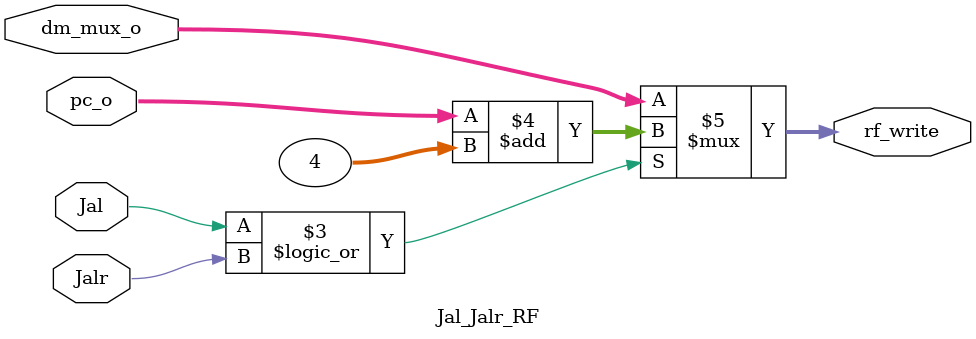
<source format=v>


`include "definitions.svh"
module Jal_Jalr_RF
(
    input wire [31:0]   pc_o,
    input wire [31:0]   dm_mux_o,
    input wire          Jal,
    input wire          Jalr,   
    output wire [31:0]  rf_write
);
    assign rf_write = ((Jal ==1) || (Jalr ==1)) ? (pc_o + 4) : dm_mux_o;
endmodule
</source>
